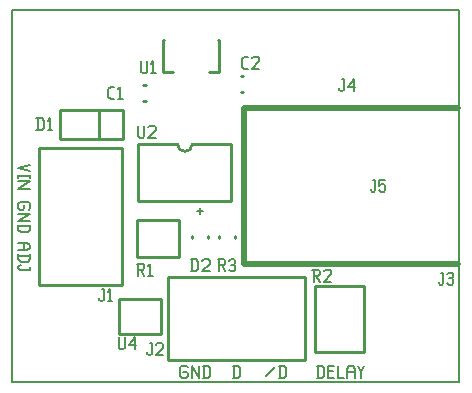
<source format=gbr>
G04 start of page 9 for group -4079 idx -4079 *
G04 Title: (unknown), topsilk *
G04 Creator: pcb 4.0.2 *
G04 CreationDate: Wed Oct 14 23:18:56 2020 UTC *
G04 For: ndholmes *
G04 Format: Gerber/RS-274X *
G04 PCB-Dimensions (mil): 1500.00 1250.00 *
G04 PCB-Coordinate-Origin: lower left *
%MOIN*%
%FSLAX25Y25*%
%LNTOPSILK*%
%ADD66C,0.0200*%
%ADD65C,0.0100*%
%ADD64C,0.0060*%
%ADD63C,0.0080*%
G54D63*X500Y500D02*X149500D01*
Y124500D01*
X500D01*
Y500D01*
G54D64*X58500Y6000D02*X59000Y5500D01*
X57000Y6000D02*X58500D01*
X56500Y5500D02*X57000Y6000D01*
X56500Y5500D02*Y2500D01*
X57000Y2000D01*
X58500D01*
X59000Y2500D01*
Y3500D02*Y2500D01*
X58500Y4000D02*X59000Y3500D01*
X57500Y4000D02*X58500D01*
X60200Y6000D02*Y2000D01*
Y6000D02*X62700Y2000D01*
Y6000D02*Y2000D01*
X64400Y6000D02*Y2000D01*
X65700Y6000D02*X66400Y5300D01*
Y2700D01*
X65700Y2000D02*X66400Y2700D01*
X63900Y2000D02*X65700D01*
X63900Y6000D02*X65700D01*
X85000Y2500D02*X88000Y5500D01*
X89700Y6000D02*Y2000D01*
X91000Y6000D02*X91700Y5300D01*
Y2700D01*
X91000Y2000D02*X91700Y2700D01*
X89200Y2000D02*X91000D01*
X89200Y6000D02*X91000D01*
X102500D02*Y2000D01*
X103800Y6000D02*X104500Y5300D01*
Y2700D01*
X103800Y2000D02*X104500Y2700D01*
X102000Y2000D02*X103800D01*
X102000Y6000D02*X103800D01*
X105700Y4200D02*X107200D01*
X105700Y2000D02*X107700D01*
X105700Y6000D02*Y2000D01*
Y6000D02*X107700D01*
X108900D02*Y2000D01*
X110900D01*
X112100Y5000D02*Y2000D01*
Y5000D02*X112800Y6000D01*
X113900D01*
X114600Y5000D01*
Y2000D01*
X112100Y4000D02*X114600D01*
X115800Y6000D02*X116800Y4000D01*
X117800Y6000D01*
X116800Y4000D02*Y2000D01*
X74500Y6000D02*Y2000D01*
X75800Y6000D02*X76500Y5300D01*
Y2700D01*
X75800Y2000D02*X76500Y2700D01*
X74000Y2000D02*X75800D01*
X74000Y6000D02*X75800D01*
X6500Y73000D02*X2500Y72000D01*
X6500Y71000D01*
Y69800D02*Y68800D01*
X2500Y69300D02*X6500D01*
X2500Y69800D02*Y68800D01*
Y67600D02*X6500D01*
X2500Y65100D01*
X6500D01*
Y58500D02*X6000Y58000D01*
X6500Y60000D02*Y58500D01*
X6000Y60500D02*X6500Y60000D01*
X3000Y60500D02*X6000D01*
X3000D02*X2500Y60000D01*
Y58500D01*
X3000Y58000D01*
X4000D01*
X4500Y58500D02*X4000Y58000D01*
X4500Y59500D02*Y58500D01*
X2500Y56800D02*X6500D01*
X2500Y54300D01*
X6500D01*
X2500Y52600D02*X6500D01*
Y51300D02*X5800Y50600D01*
X3200D02*X5800D01*
X2500Y51300D02*X3200Y50600D01*
X2500Y53100D02*Y51300D01*
X6500Y53100D02*Y51300D01*
X2500Y47000D02*X5500D01*
X6500Y46300D01*
Y45200D01*
X5500Y44500D01*
X2500D02*X5500D01*
X4500Y47000D02*Y44500D01*
X2500Y42800D02*X6500D01*
Y41500D02*X5800Y40800D01*
X3200D02*X5800D01*
X2500Y41500D02*X3200Y40800D01*
X2500Y43300D02*Y41500D01*
X6500Y43300D02*Y41500D01*
Y38900D02*Y38100D01*
X3000D02*X6500D01*
X2500Y38600D02*X3000Y38100D01*
X2500Y39100D02*Y38600D01*
X3000Y39600D02*X2500Y39100D01*
X3000Y39600D02*X3500D01*
X62000Y57500D02*X64000D01*
X63000Y58500D02*Y56500D01*
G54D65*X117600Y10500D02*X101400D01*
X117600Y32500D02*X101400D01*
X117600Y10500D02*Y32500D01*
X101400Y10500D02*Y32500D01*
G54D66*X77700Y92000D02*X149000D01*
X77700Y40000D02*X149000D01*
X77700Y92000D02*Y40000D01*
G54D65*X36000Y16500D02*X49900D01*
Y28300D02*Y16500D01*
X36000Y28300D02*X49900D01*
X36000D02*Y16500D01*
X44107Y99755D02*X44893D01*
X44107Y94245D02*X44893D01*
X69250Y114480D02*Y103850D01*
X50750Y114480D02*Y103850D01*
X66000D02*X69250D01*
X50750D02*X54000D01*
X69071Y114480D02*X69250D01*
X50750D02*X50929D01*
X76607Y97245D02*X77393D01*
X76607Y102755D02*X77393D01*
X74755Y49393D02*Y48607D01*
X69245Y49393D02*Y48607D01*
X52500Y8000D02*X98169D01*
Y35559D02*Y8000D01*
X52500Y35559D02*X98169D01*
X52500D02*Y8000D01*
X55890Y54799D02*Y42201D01*
X42110D02*X55890D01*
X42110Y54799D02*Y42201D01*
Y54799D02*X55890D01*
X9500Y78500D02*Y32831D01*
X37059D01*
Y78500D02*Y32831D01*
X9500Y78500D02*X37059D01*
X60245Y49393D02*Y48607D01*
X65755Y49393D02*Y48607D01*
X42500Y80000D02*Y61000D01*
X73500D01*
Y80000D01*
X42500D02*X55500D01*
X73500D02*X60500D01*
X55500D02*G75*G03X60500Y80000I2500J0D01*G01*
X16500Y91300D02*X37500D01*
X16500Y81700D02*X37500D01*
Y91300D02*Y81700D01*
X16500Y91300D02*Y81700D01*
X29500Y91300D02*Y81700D01*
G54D64*X42000Y40000D02*X44000D01*
X44500Y39500D01*
Y38500D01*
X44000Y38000D02*X44500Y38500D01*
X42500Y38000D02*X44000D01*
X42500Y40000D02*Y36000D01*
X43300Y38000D02*X44500Y36000D01*
X45700Y39200D02*X46500Y40000D01*
Y36000D01*
X45700D02*X47200D01*
X30200Y31500D02*X31000D01*
Y28000D01*
X30500Y27500D02*X31000Y28000D01*
X30000Y27500D02*X30500D01*
X29500Y28000D02*X30000Y27500D01*
X29500Y28500D02*Y28000D01*
X32200Y30700D02*X33000Y31500D01*
Y27500D01*
X32200D02*X33700D01*
X36000Y15500D02*Y12000D01*
X36500Y11500D01*
X37500D01*
X38000Y12000D01*
Y15500D02*Y12000D01*
X39200Y13000D02*X41200Y15500D01*
X39200Y13000D02*X41700D01*
X41200Y15500D02*Y11500D01*
X46200Y13500D02*X47000D01*
Y10000D01*
X46500Y9500D02*X47000Y10000D01*
X46000Y9500D02*X46500D01*
X45500Y10000D02*X46000Y9500D01*
X45500Y10500D02*Y10000D01*
X48200Y13000D02*X48700Y13500D01*
X50200D01*
X50700Y13000D01*
Y12000D01*
X48200Y9500D02*X50700Y12000D01*
X48200Y9500D02*X50700D01*
X110200Y101500D02*X111000D01*
Y98000D01*
X110500Y97500D02*X111000Y98000D01*
X110000Y97500D02*X110500D01*
X109500Y98000D02*X110000Y97500D01*
X109500Y98500D02*Y98000D01*
X112200Y99000D02*X114200Y101500D01*
X112200Y99000D02*X114700D01*
X114200Y101500D02*Y97500D01*
X120700Y68000D02*X121500D01*
Y64500D01*
X121000Y64000D02*X121500Y64500D01*
X120500Y64000D02*X121000D01*
X120000Y64500D02*X120500Y64000D01*
X120000Y65000D02*Y64500D01*
X122700Y68000D02*X124700D01*
X122700D02*Y66000D01*
X123200Y66500D01*
X124200D01*
X124700Y66000D01*
Y64500D01*
X124200Y64000D02*X124700Y64500D01*
X123200Y64000D02*X124200D01*
X122700Y64500D02*X123200Y64000D01*
X143357Y37000D02*X144157D01*
Y33500D01*
X143657Y33000D02*X144157Y33500D01*
X143157Y33000D02*X143657D01*
X142657Y33500D02*X143157Y33000D01*
X142657Y34000D02*Y33500D01*
X145357Y36500D02*X145857Y37000D01*
X146857D01*
X147357Y36500D01*
X146857Y33000D02*X147357Y33500D01*
X145857Y33000D02*X146857D01*
X145357Y33500D02*X145857Y33000D01*
Y35200D02*X146857D01*
X147357Y36500D02*Y35700D01*
Y34700D02*Y33500D01*
Y34700D02*X146857Y35200D01*
X147357Y35700D02*X146857Y35200D01*
X100500Y38000D02*X102500D01*
X103000Y37500D01*
Y36500D01*
X102500Y36000D02*X103000Y36500D01*
X101000Y36000D02*X102500D01*
X101000Y38000D02*Y34000D01*
X101800Y36000D02*X103000Y34000D01*
X104200Y37500D02*X104700Y38000D01*
X106200D01*
X106700Y37500D01*
Y36500D01*
X104200Y34000D02*X106700Y36500D01*
X104200Y34000D02*X106700D01*
X60500Y41500D02*Y37500D01*
X61800Y41500D02*X62500Y40800D01*
Y38200D01*
X61800Y37500D02*X62500Y38200D01*
X60000Y37500D02*X61800D01*
X60000Y41500D02*X61800D01*
X63700Y41000D02*X64200Y41500D01*
X65700D01*
X66200Y41000D01*
Y40000D01*
X63700Y37500D02*X66200Y40000D01*
X63700Y37500D02*X66200D01*
X69000Y41500D02*X71000D01*
X71500Y41000D01*
Y40000D01*
X71000Y39500D02*X71500Y40000D01*
X69500Y39500D02*X71000D01*
X69500Y41500D02*Y37500D01*
X70300Y39500D02*X71500Y37500D01*
X72700Y41000D02*X73200Y41500D01*
X74200D01*
X74700Y41000D01*
X74200Y37500D02*X74700Y38000D01*
X73200Y37500D02*X74200D01*
X72700Y38000D02*X73200Y37500D01*
Y39700D02*X74200D01*
X74700Y41000D02*Y40200D01*
Y39200D02*Y38000D01*
Y39200D02*X74200Y39700D01*
X74700Y40200D02*X74200Y39700D01*
X33200Y95000D02*X34500D01*
X32500Y95700D02*X33200Y95000D01*
X32500Y98300D02*Y95700D01*
Y98300D02*X33200Y99000D01*
X34500D01*
X35700Y98200D02*X36500Y99000D01*
Y95000D01*
X35700D02*X37200D01*
X43500Y107500D02*Y104000D01*
X44000Y103500D01*
X45000D01*
X45500Y104000D01*
Y107500D02*Y104000D01*
X46700Y106700D02*X47500Y107500D01*
Y103500D01*
X46700D02*X48200D01*
X77700Y105000D02*X79000D01*
X77000Y105700D02*X77700Y105000D01*
X77000Y108300D02*Y105700D01*
Y108300D02*X77700Y109000D01*
X79000D01*
X80200Y108500D02*X80700Y109000D01*
X82200D01*
X82700Y108500D01*
Y107500D01*
X80200Y105000D02*X82700Y107500D01*
X80200Y105000D02*X82700D01*
X42500Y86000D02*Y82500D01*
X43000Y82000D01*
X44000D01*
X44500Y82500D01*
Y86000D02*Y82500D01*
X45700Y85500D02*X46200Y86000D01*
X47700D01*
X48200Y85500D01*
Y84500D01*
X45700Y82000D02*X48200Y84500D01*
X45700Y82000D02*X48200D01*
X9000Y88500D02*Y84500D01*
X10300Y88500D02*X11000Y87800D01*
Y85200D01*
X10300Y84500D02*X11000Y85200D01*
X8500Y84500D02*X10300D01*
X8500Y88500D02*X10300D01*
X12200Y87700D02*X13000Y88500D01*
Y84500D01*
X12200D02*X13700D01*
M02*

</source>
